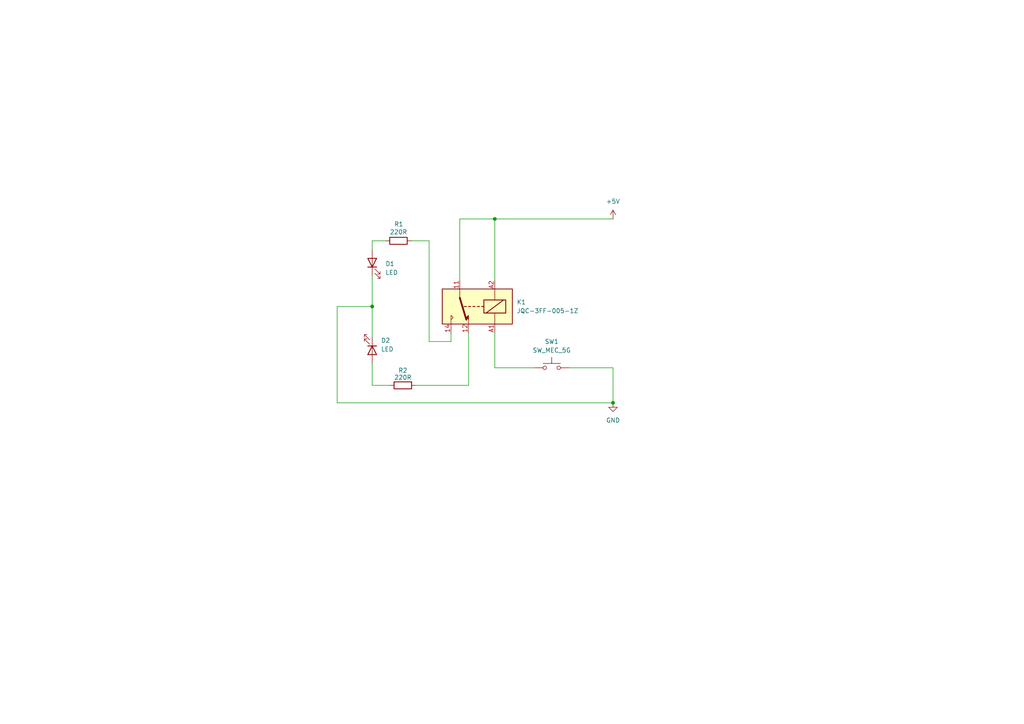
<source format=kicad_sch>
(kicad_sch (version 20250114) (generator "eeschema") (generator_version "9.0")
  (paper "A4")
  (lib_symbols
    (symbol "Device:LED" (pin_numbers (hide yes)) (pin_names (offset 1.016) (hide yes))
      (property "Reference" "D" (at 0 2.54 0))
      (property "Value" "LED" (at 0 -2.54 0))
      (symbol "LED_0_1"
        (polyline (pts (xy -3.048 -0.762) (xy -4.572 -2.286) (xy -3.81 -2.286) (xy -4.572 -2.286) (xy -4.572 -1.524)))
        (polyline (pts (xy -1.778 -0.762) (xy -3.302 -2.286) (xy -2.54 -2.286) (xy -3.302 -2.286) (xy -3.302 -1.524)))
        (polyline (pts (xy -1.27 0) (xy 1.27 0)))
        (polyline (pts (xy -1.27 -1.27) (xy -1.27 1.27)) (stroke (width 0.254)))
        (polyline (pts (xy 1.27 -1.27) (xy 1.27 1.27) (xy -1.27 0) (xy 1.27 -1.27)) (stroke (width 0.254)))
      )
      (symbol "LED_1_1"
        (pin passive line (at -3.81 0 0) (length 2.54) (name "K") (number "1"))
        (pin passive line (at 3.81 0 180) (length 2.54) (name "A") (number "2"))
      )
    )
    (symbol "Device:R" (pin_numbers (hide yes)) (pin_names (offset 0))
      (property "Reference" "R" (at 2.032 0 90))
      (property "Value" "R" (at 0 0 90))
      (symbol "R_0_1"
        (rectangle (start -1.016 -2.54) (end 1.016 2.54) (stroke (width 0.254)))
      )
      (symbol "R_1_1"
        (pin passive line (at 0 3.81 270) (length 1.27) (name "~") (number "1"))
        (pin passive line (at 0 -3.81 90) (length 1.27) (name "~") (number "2"))
      )
    )
    (symbol "Relay:JQC-3FF-005-1Z"
      (property "Reference" "K" (at 11.43 3.81 0))
      (property "Value" "JQC-3FF-005-1Z" (at 11.43 1.27 0))
      (symbol "JQC-3FF-005-1Z_0_0"
        (polyline (pts (xy 7.62 5.08) (xy 7.62 2.54) (xy 6.985 3.175) (xy 7.62 3.81)))
      )
      (symbol "JQC-3FF-005-1Z_0_1"
        (rectangle (start -10.16 5.08) (end 10.16 -5.08) (stroke (width 0.254)) (fill (type background)))
        (rectangle (start -8.255 1.905) (end -1.905 -1.905) (stroke (width 0.254)))
        (polyline (pts (xy -7.62 -1.905) (xy -2.54 1.905)) (stroke (width 0.254)))
        (polyline (pts (xy -5.08 5.08) (xy -5.08 1.905)))
        (polyline (pts (xy -5.08 -5.08) (xy -5.08 -1.905)))
        (polyline (pts (xy -1.905 0) (xy -1.27 0)) (stroke (width 0.254)))
        (polyline (pts (xy -0.635 0) (xy 0 0)) (stroke (width 0.254)))
        (polyline (pts (xy 0.635 0) (xy 1.27 0)) (stroke (width 0.254)))
        (polyline (pts (xy 1.905 0) (xy 2.54 0)) (stroke (width 0.254)))
        (polyline (pts (xy 2.54 5.08) (xy 2.54 2.54) (xy 3.175 3.175) (xy 2.54 3.81)) (fill (type outline)))
        (polyline (pts (xy 3.175 0) (xy 3.81 0)) (stroke (width 0.254)))
        (polyline (pts (xy 5.08 -2.54) (xy 3.175 3.81)) (stroke (width 0.508)))
        (polyline (pts (xy 5.08 -2.54) (xy 5.08 -5.08)))
      )
      (symbol "JQC-3FF-005-1Z_1_1"
        (pin passive line (at -5.08 7.62 270) (length 2.54) (name "~") (number "A1"))
        (pin passive line (at -5.08 -7.62 90) (length 2.54) (name "~") (number "A2"))
        (pin passive line (at 2.54 7.62 270) (length 2.54) (name "~") (number "12"))
        (pin passive line (at 5.08 -7.62 90) (length 2.54) (name "~") (number "11"))
        (pin passive line (at 7.62 7.62 270) (length 2.54) (name "~") (number "14"))
      )
    )
    (symbol "Switch:SW_MEC_5G" (pin_numbers (hide yes)) (pin_names (offset 1.016) (hide yes))
      (property "Reference" "SW" (at 1.27 2.54 0))
      (property "Value" "SW_MEC_5G" (at 0 -1.524 0))
      (symbol "SW_MEC_5G_0_1"
        (circle (center -2.032 0) (radius 0.508))
        (polyline (pts (xy 0 1.27) (xy 0 3.048)))
        (circle (center 2.032 0) (radius 0.508))
        (polyline (pts (xy 2.54 1.27) (xy -2.54 1.27)))
        (pin passive line (at -5.08 0 0) (length 2.54) (name "A") (number "1"))
        (pin passive line (at 5.08 0 180) (length 2.54) (name "B") (number "3"))
      )
      (symbol "SW_MEC_5G_1_1"
        (pin passive line (at -5.08 0 0) (length 2.54) (hide yes) (name "A") (number "2"))
        (pin passive line (at 5.08 0 180) (length 2.54) (hide yes) (name "B") (number "4"))
      )
    )
    (symbol "power:+5V" (power) (pin_numbers (hide yes)) (pin_names (offset 0) (hide yes))
      (property "Value" "+5V" (at 0 3.556 0))
      (symbol "+5V_0_1"
        (polyline (pts (xy -0.762 1.27) (xy 0 2.54)))
        (polyline (pts (xy 0 2.54) (xy 0.762 1.27)))
        (polyline (pts (xy 0 0) (xy 0 2.54)))
      )
      (symbol "+5V_1_1"
        (pin power_in line (at 0 0 90) (length 0) (name "~") (number "1"))
      )
    )
    (symbol "power:GND" (power) (pin_numbers (hide yes)) (pin_names (offset 0) (hide yes))
      (property "Value" "GND" (at 0 -3.81 0))
      (symbol "GND_0_1"
        (polyline (pts (xy 0 0) (xy 0 -1.27) (xy 1.27 -1.27) (xy 0 -2.54) (xy -1.27 -1.27) (xy 0 -1.27)))
      )
      (symbol "GND_1_1"
        (pin power_in line (at 0 0 270) (length 0) (name "~") (number "1"))
      )
    )
  )
  (junction (at 143.51 63.5))
  (junction (at 177.8 116.84))
  (junction (at 107.95 88.9))
  (wire (pts (xy 124.46 99.06) (xy 130.81 99.06)))
  (wire (pts (xy 143.51 63.5) (xy 143.51 81.28)))
  (wire (pts (xy 124.46 69.85) (xy 119.38 69.85)))
  (wire (pts (xy 143.51 106.68) (xy 143.51 96.52)))
  (wire (pts (xy 107.95 80.01) (xy 107.95 88.9)))
  (wire (pts (xy 143.51 106.68) (xy 154.94 106.68)))
  (wire (pts (xy 97.79 88.9) (xy 107.95 88.9)))
  (wire (pts (xy 143.51 63.5) (xy 177.8 63.5)))
  (wire (pts (xy 135.89 111.76) (xy 120.65 111.76)))
  (wire (pts (xy 107.95 111.76) (xy 107.95 105.41)))
  (wire (pts (xy 111.76 69.85) (xy 107.95 69.85)))
  (wire (pts (xy 97.79 116.84) (xy 97.79 88.9)))
  (wire (pts (xy 107.95 88.9) (xy 107.95 97.79)))
  (wire (pts (xy 135.89 96.52) (xy 135.89 111.76)))
  (wire (pts (xy 133.35 81.28) (xy 133.35 63.5)))
  (wire (pts (xy 133.35 63.5) (xy 143.51 63.5)))
  (wire (pts (xy 130.81 99.06) (xy 130.81 96.52)))
  (wire (pts (xy 113.03 111.76) (xy 107.95 111.76)))
  (wire (pts (xy 165.1 106.68) (xy 177.8 106.68)))
  (wire (pts (xy 124.46 69.85) (xy 124.46 99.06)))
  (wire (pts (xy 177.8 116.84) (xy 97.79 116.84)))
  (wire (pts (xy 177.8 106.68) (xy 177.8 116.84)))
  (wire (pts (xy 107.95 69.85) (xy 107.95 72.39)))
  (symbol (lib_id "Device:LED") (at 107.95 76.2 90) (unit 1)
    (property "Reference" "D1" (at 111.76 76.5174 90) (effects (justify right)))
    (property "Value" "LED" (at 111.76 79.0574 90) (effects (justify right)))
    (property "Description" "Light emitting diode" (effects (hide yes)))
    (property "Sim.Pins" "1=K 2=A" (effects (hide yes)))
  )
  (symbol (lib_id "power:+5V") (at 177.8 63.5 0) (unit 1)
    (property "Reference" "#PWR01" (effects (hide yes)))
    (property "Value" "+5V" (at 177.8 58.42 0))
    (property "Description" "Power symbol creates a global label with name \"+5V\"" (effects (hide yes)))
  )
  (symbol (lib_id "Device:R") (at 115.57 69.85 270) (unit 1)
    (property "Reference" "R1" (at 114.3 65.024 90) (effects (justify left)))
    (property "Value" "220R" (at 113.03 67.31 90) (effects (justify left)))
    (property "Description" "Resistor" (effects (hide yes)))
  )
  (symbol (lib_id "power:GND") (at 177.8 116.84 0) (unit 1)
    (property "Reference" "#PWR02" (effects (hide yes)))
    (property "Value" "GND" (at 177.8 121.92 0))
    (property "Description" "Power symbol creates a global label with name \"GND\" , ground" (effects (hide yes)))
  )
  (symbol (lib_id "Device:R") (at 116.84 111.76 270) (unit 1)
    (property "Reference" "R2" (at 116.84 107.442 90))
    (property "Value" "220R" (at 114.3 109.474 90) (effects (justify left)))
    (property "Description" "Resistor" (effects (hide yes)))
  )
  (symbol (lib_id "Relay:JQC-3FF-005-1Z") (at 138.43 88.9 180) (unit 1)
    (property "Reference" "K1" (at 149.86 87.6299 0) (effects (justify right)))
    (property "Value" "JQC-3FF-005-1Z" (at 149.86 90.1699 0) (effects (justify right)))
    (property "Footprint" "Relay_THT:Relay_SPDT_Hongfa_JQC-3FF_0XX-1Z" (effects (hide yes)))
    (property "Datasheet" "https://www.digikey.com/htmldatasheets/production/2071105/0/0/1/JQC-3FF.pdf" (effects (hide yes)))
    (property "Description" "Subminiature High Power SPDT Relay, 5V Coil nom. 0.36W, 10A switching current, max 10A@277VAC/28VDC" (effects (hide yes)))
  )
  (symbol (lib_id "Device:LED") (at 107.95 101.6 270) (unit 1)
    (property "Reference" "D2" (at 110.49 98.7424 90) (effects (justify left)))
    (property "Value" "LED" (at 110.49 101.2824 90) (effects (justify left)))
    (property "Description" "Light emitting diode" (effects (hide yes)))
    (property "Sim.Pins" "1=K 2=A" (effects (hide yes)))
  )
  (symbol (lib_id "Switch:SW_MEC_5G") (at 160.02 106.68 0) (unit 1)
    (property "Reference" "SW1" (at 160.02 99.06 0))
    (property "Value" "SW_MEC_5G" (at 160.02 101.6 0))
    (property "Datasheet" "http://www.apem.com/int/index.php?controller=attachment&id_attachment=488" (effects (hide yes)))
    (property "Description" "MEC 5G single pole normally-open tactile switch" (effects (hide yes)))
  )
)
</source>
